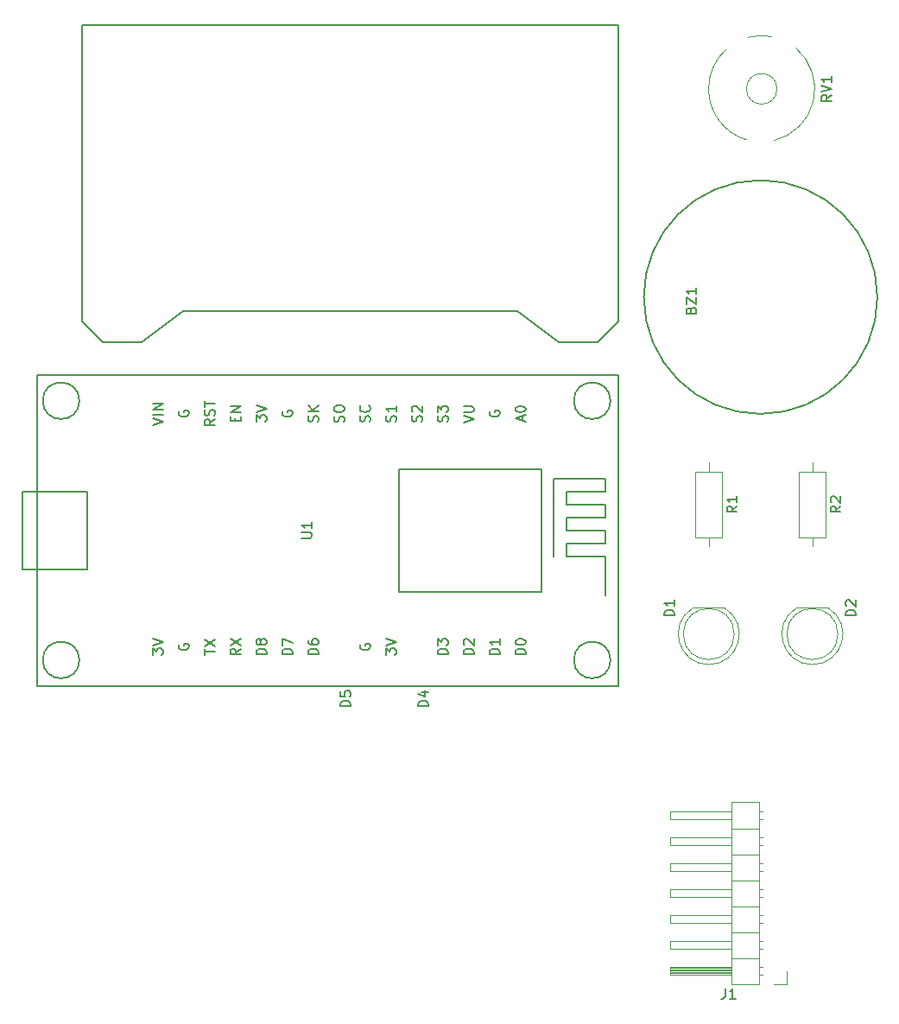
<source format=gbr>
G04 #@! TF.FileFunction,Legend,Top*
%FSLAX46Y46*%
G04 Gerber Fmt 4.6, Leading zero omitted, Abs format (unit mm)*
G04 Created by KiCad (PCBNEW 4.0.7-e2-6376~58~ubuntu16.04.1) date Mon Jan 29 12:29:23 2018*
%MOMM*%
%LPD*%
G01*
G04 APERTURE LIST*
%ADD10C,0.100000*%
%ADD11C,0.150000*%
%ADD12C,0.120000*%
G04 APERTURE END LIST*
D10*
D11*
X195600070Y-86360000D02*
G75*
G03X195600070Y-86360000I-11450070J0D01*
G01*
D12*
X179069538Y-122370000D02*
G75*
G03X180614830Y-116820000I462J2990000D01*
G01*
X179070462Y-122370000D02*
G75*
G02X177525170Y-116820000I-462J2990000D01*
G01*
X181570000Y-119380000D02*
G75*
G03X181570000Y-119380000I-2500000J0D01*
G01*
X180615000Y-116820000D02*
X177525000Y-116820000D01*
X189229538Y-122370000D02*
G75*
G03X190774830Y-116820000I462J2990000D01*
G01*
X189230462Y-122370000D02*
G75*
G02X187685170Y-116820000I-462J2990000D01*
G01*
X191730000Y-119380000D02*
G75*
G03X191730000Y-119380000I-2500000J0D01*
G01*
X190775000Y-116820000D02*
X187685000Y-116820000D01*
X183980000Y-153730000D02*
X183980000Y-135830000D01*
X183980000Y-135830000D02*
X181320000Y-135830000D01*
X181320000Y-135830000D02*
X181320000Y-153730000D01*
X181320000Y-153730000D02*
X183980000Y-153730000D01*
X181320000Y-152780000D02*
X175320000Y-152780000D01*
X175320000Y-152780000D02*
X175320000Y-152020000D01*
X175320000Y-152020000D02*
X181320000Y-152020000D01*
X181320000Y-152720000D02*
X175320000Y-152720000D01*
X181320000Y-152600000D02*
X175320000Y-152600000D01*
X181320000Y-152480000D02*
X175320000Y-152480000D01*
X181320000Y-152360000D02*
X175320000Y-152360000D01*
X181320000Y-152240000D02*
X175320000Y-152240000D01*
X181320000Y-152120000D02*
X175320000Y-152120000D01*
X184310000Y-152780000D02*
X183980000Y-152780000D01*
X184310000Y-152020000D02*
X183980000Y-152020000D01*
X183980000Y-151130000D02*
X181320000Y-151130000D01*
X181320000Y-150240000D02*
X175320000Y-150240000D01*
X175320000Y-150240000D02*
X175320000Y-149480000D01*
X175320000Y-149480000D02*
X181320000Y-149480000D01*
X184377071Y-150240000D02*
X183980000Y-150240000D01*
X184377071Y-149480000D02*
X183980000Y-149480000D01*
X183980000Y-148590000D02*
X181320000Y-148590000D01*
X181320000Y-147700000D02*
X175320000Y-147700000D01*
X175320000Y-147700000D02*
X175320000Y-146940000D01*
X175320000Y-146940000D02*
X181320000Y-146940000D01*
X184377071Y-147700000D02*
X183980000Y-147700000D01*
X184377071Y-146940000D02*
X183980000Y-146940000D01*
X183980000Y-146050000D02*
X181320000Y-146050000D01*
X181320000Y-145160000D02*
X175320000Y-145160000D01*
X175320000Y-145160000D02*
X175320000Y-144400000D01*
X175320000Y-144400000D02*
X181320000Y-144400000D01*
X184377071Y-145160000D02*
X183980000Y-145160000D01*
X184377071Y-144400000D02*
X183980000Y-144400000D01*
X183980000Y-143510000D02*
X181320000Y-143510000D01*
X181320000Y-142620000D02*
X175320000Y-142620000D01*
X175320000Y-142620000D02*
X175320000Y-141860000D01*
X175320000Y-141860000D02*
X181320000Y-141860000D01*
X184377071Y-142620000D02*
X183980000Y-142620000D01*
X184377071Y-141860000D02*
X183980000Y-141860000D01*
X183980000Y-140970000D02*
X181320000Y-140970000D01*
X181320000Y-140080000D02*
X175320000Y-140080000D01*
X175320000Y-140080000D02*
X175320000Y-139320000D01*
X175320000Y-139320000D02*
X181320000Y-139320000D01*
X184377071Y-140080000D02*
X183980000Y-140080000D01*
X184377071Y-139320000D02*
X183980000Y-139320000D01*
X183980000Y-138430000D02*
X181320000Y-138430000D01*
X181320000Y-137540000D02*
X175320000Y-137540000D01*
X175320000Y-137540000D02*
X175320000Y-136780000D01*
X175320000Y-136780000D02*
X181320000Y-136780000D01*
X184377071Y-137540000D02*
X183980000Y-137540000D01*
X184377071Y-136780000D02*
X183980000Y-136780000D01*
X186690000Y-152400000D02*
X186690000Y-153670000D01*
X186690000Y-153670000D02*
X185420000Y-153670000D01*
X180380000Y-103470000D02*
X177760000Y-103470000D01*
X177760000Y-103470000D02*
X177760000Y-109890000D01*
X177760000Y-109890000D02*
X180380000Y-109890000D01*
X180380000Y-109890000D02*
X180380000Y-103470000D01*
X179070000Y-102580000D02*
X179070000Y-103470000D01*
X179070000Y-110780000D02*
X179070000Y-109890000D01*
X190540000Y-103470000D02*
X187920000Y-103470000D01*
X187920000Y-103470000D02*
X187920000Y-109890000D01*
X187920000Y-109890000D02*
X190540000Y-109890000D01*
X190540000Y-109890000D02*
X190540000Y-103470000D01*
X189230000Y-102580000D02*
X189230000Y-103470000D01*
X189230000Y-110780000D02*
X189230000Y-109890000D01*
D11*
X162700000Y-103220000D02*
X162700000Y-115220000D01*
X162700000Y-115220000D02*
X148700000Y-115220000D01*
X148700000Y-115220000D02*
X148700000Y-103220000D01*
X148700000Y-103220000D02*
X162700000Y-103220000D01*
X163830000Y-111760000D02*
X163830000Y-104140000D01*
X163830000Y-104140000D02*
X168910000Y-104140000D01*
X168910000Y-104140000D02*
X168910000Y-105410000D01*
X168910000Y-105410000D02*
X165100000Y-105410000D01*
X165100000Y-105410000D02*
X165100000Y-106680000D01*
X165100000Y-106680000D02*
X168910000Y-106680000D01*
X168910000Y-106680000D02*
X168910000Y-107950000D01*
X168910000Y-107950000D02*
X165100000Y-107950000D01*
X165100000Y-107950000D02*
X165100000Y-109220000D01*
X165100000Y-109220000D02*
X168910000Y-109220000D01*
X168910000Y-109220000D02*
X168910000Y-110490000D01*
X168910000Y-110490000D02*
X165100000Y-110490000D01*
X165100000Y-110490000D02*
X165100000Y-111760000D01*
X165100000Y-111760000D02*
X168910000Y-111760000D01*
X168910000Y-111760000D02*
X168910000Y-115570000D01*
X111760000Y-105410000D02*
X111760000Y-113030000D01*
X111760000Y-113030000D02*
X118110000Y-113030000D01*
X118110000Y-113030000D02*
X118110000Y-105410000D01*
X118110000Y-105410000D02*
X111760000Y-105410000D01*
X117366051Y-121920000D02*
G75*
G03X117366051Y-121920000I-1796051J0D01*
G01*
X117366051Y-96520000D02*
G75*
G03X117366051Y-96520000I-1796051J0D01*
G01*
X169436051Y-96520000D02*
G75*
G03X169436051Y-96520000I-1796051J0D01*
G01*
X169436051Y-121920000D02*
G75*
G03X169436051Y-121920000I-1796051J0D01*
G01*
X170200000Y-124470000D02*
X170200000Y-94470000D01*
X170200000Y-94470000D02*
X170200000Y-93970000D01*
X170200000Y-93970000D02*
X113200000Y-93970000D01*
X113200000Y-93970000D02*
X113200000Y-124470000D01*
X113200000Y-124470000D02*
X170200000Y-124470000D01*
X117602000Y-59690000D02*
X117602000Y-88773000D01*
X117602000Y-88773000D02*
X119634000Y-90805000D01*
X119634000Y-90805000D02*
X123444000Y-90805000D01*
X123444000Y-90805000D02*
X127508000Y-87757000D01*
X127508000Y-87757000D02*
X160274000Y-87757000D01*
X164338000Y-90805000D02*
X160274000Y-87757000D01*
X168148000Y-90805000D02*
X170180000Y-88773000D01*
X170180000Y-88773000D02*
X170180000Y-59690000D01*
X170180000Y-59690000D02*
X117602000Y-59690000D01*
X168148000Y-90805000D02*
X164338000Y-90805000D01*
D12*
X182823929Y-70968173D02*
G75*
G02X179050000Y-65960000I1436071J5008173D01*
G01*
X187609947Y-61969383D02*
G75*
G02X185431000Y-71037000I-3349947J-3990617D01*
G01*
X182911133Y-60926928D02*
G75*
G02X185254000Y-60845000I1348867J-5033072D01*
G01*
X179050743Y-66050657D02*
G75*
G02X180774000Y-62088000I5209257J90657D01*
G01*
X185760000Y-65960000D02*
G75*
G03X185760000Y-65960000I-1500000J0D01*
G01*
D11*
X177333571Y-87635952D02*
X177381190Y-87493095D01*
X177428810Y-87445476D01*
X177524048Y-87397857D01*
X177666905Y-87397857D01*
X177762143Y-87445476D01*
X177809762Y-87493095D01*
X177857381Y-87588333D01*
X177857381Y-87969286D01*
X176857381Y-87969286D01*
X176857381Y-87635952D01*
X176905000Y-87540714D01*
X176952619Y-87493095D01*
X177047857Y-87445476D01*
X177143095Y-87445476D01*
X177238333Y-87493095D01*
X177285952Y-87540714D01*
X177333571Y-87635952D01*
X177333571Y-87969286D01*
X176857381Y-87064524D02*
X176857381Y-86397857D01*
X177857381Y-87064524D01*
X177857381Y-86397857D01*
X177857381Y-85493095D02*
X177857381Y-86064524D01*
X177857381Y-85778810D02*
X176857381Y-85778810D01*
X177000238Y-85874048D01*
X177095476Y-85969286D01*
X177143095Y-86064524D01*
X175712381Y-117578095D02*
X174712381Y-117578095D01*
X174712381Y-117340000D01*
X174760000Y-117197142D01*
X174855238Y-117101904D01*
X174950476Y-117054285D01*
X175140952Y-117006666D01*
X175283810Y-117006666D01*
X175474286Y-117054285D01*
X175569524Y-117101904D01*
X175664762Y-117197142D01*
X175712381Y-117340000D01*
X175712381Y-117578095D01*
X175712381Y-116054285D02*
X175712381Y-116625714D01*
X175712381Y-116340000D02*
X174712381Y-116340000D01*
X174855238Y-116435238D01*
X174950476Y-116530476D01*
X174998095Y-116625714D01*
X193492381Y-117578095D02*
X192492381Y-117578095D01*
X192492381Y-117340000D01*
X192540000Y-117197142D01*
X192635238Y-117101904D01*
X192730476Y-117054285D01*
X192920952Y-117006666D01*
X193063810Y-117006666D01*
X193254286Y-117054285D01*
X193349524Y-117101904D01*
X193444762Y-117197142D01*
X193492381Y-117340000D01*
X193492381Y-117578095D01*
X192587619Y-116625714D02*
X192540000Y-116578095D01*
X192492381Y-116482857D01*
X192492381Y-116244761D01*
X192540000Y-116149523D01*
X192587619Y-116101904D01*
X192682857Y-116054285D01*
X192778095Y-116054285D01*
X192920952Y-116101904D01*
X193492381Y-116673333D01*
X193492381Y-116054285D01*
X180701667Y-154122381D02*
X180701667Y-154836667D01*
X180654047Y-154979524D01*
X180558809Y-155074762D01*
X180415952Y-155122381D01*
X180320714Y-155122381D01*
X181701667Y-155122381D02*
X181130238Y-155122381D01*
X181415952Y-155122381D02*
X181415952Y-154122381D01*
X181320714Y-154265238D01*
X181225476Y-154360476D01*
X181130238Y-154408095D01*
X181832381Y-106846666D02*
X181356190Y-107180000D01*
X181832381Y-107418095D02*
X180832381Y-107418095D01*
X180832381Y-107037142D01*
X180880000Y-106941904D01*
X180927619Y-106894285D01*
X181022857Y-106846666D01*
X181165714Y-106846666D01*
X181260952Y-106894285D01*
X181308571Y-106941904D01*
X181356190Y-107037142D01*
X181356190Y-107418095D01*
X181832381Y-105894285D02*
X181832381Y-106465714D01*
X181832381Y-106180000D02*
X180832381Y-106180000D01*
X180975238Y-106275238D01*
X181070476Y-106370476D01*
X181118095Y-106465714D01*
X191992381Y-106846666D02*
X191516190Y-107180000D01*
X191992381Y-107418095D02*
X190992381Y-107418095D01*
X190992381Y-107037142D01*
X191040000Y-106941904D01*
X191087619Y-106894285D01*
X191182857Y-106846666D01*
X191325714Y-106846666D01*
X191420952Y-106894285D01*
X191468571Y-106941904D01*
X191516190Y-107037142D01*
X191516190Y-107418095D01*
X191087619Y-106465714D02*
X191040000Y-106418095D01*
X190992381Y-106322857D01*
X190992381Y-106084761D01*
X191040000Y-105989523D01*
X191087619Y-105941904D01*
X191182857Y-105894285D01*
X191278095Y-105894285D01*
X191420952Y-105941904D01*
X191992381Y-106513333D01*
X191992381Y-105894285D01*
X139152381Y-109981905D02*
X139961905Y-109981905D01*
X140057143Y-109934286D01*
X140104762Y-109886667D01*
X140152381Y-109791429D01*
X140152381Y-109600952D01*
X140104762Y-109505714D01*
X140057143Y-109458095D01*
X139961905Y-109410476D01*
X139152381Y-109410476D01*
X140152381Y-108410476D02*
X140152381Y-108981905D01*
X140152381Y-108696191D02*
X139152381Y-108696191D01*
X139295238Y-108791429D01*
X139390476Y-108886667D01*
X139438095Y-108981905D01*
X124547381Y-98885238D02*
X125547381Y-98551905D01*
X124547381Y-98218571D01*
X125547381Y-97885238D02*
X124547381Y-97885238D01*
X125547381Y-97409048D02*
X124547381Y-97409048D01*
X125547381Y-96837619D01*
X124547381Y-96837619D01*
X127135000Y-97528095D02*
X127087381Y-97623333D01*
X127087381Y-97766190D01*
X127135000Y-97909048D01*
X127230238Y-98004286D01*
X127325476Y-98051905D01*
X127515952Y-98099524D01*
X127658810Y-98099524D01*
X127849286Y-98051905D01*
X127944524Y-98004286D01*
X128039762Y-97909048D01*
X128087381Y-97766190D01*
X128087381Y-97670952D01*
X128039762Y-97528095D01*
X127992143Y-97480476D01*
X127658810Y-97480476D01*
X127658810Y-97670952D01*
X130627381Y-98337619D02*
X130151190Y-98670953D01*
X130627381Y-98909048D02*
X129627381Y-98909048D01*
X129627381Y-98528095D01*
X129675000Y-98432857D01*
X129722619Y-98385238D01*
X129817857Y-98337619D01*
X129960714Y-98337619D01*
X130055952Y-98385238D01*
X130103571Y-98432857D01*
X130151190Y-98528095D01*
X130151190Y-98909048D01*
X130579762Y-97956667D02*
X130627381Y-97813810D01*
X130627381Y-97575714D01*
X130579762Y-97480476D01*
X130532143Y-97432857D01*
X130436905Y-97385238D01*
X130341667Y-97385238D01*
X130246429Y-97432857D01*
X130198810Y-97480476D01*
X130151190Y-97575714D01*
X130103571Y-97766191D01*
X130055952Y-97861429D01*
X130008333Y-97909048D01*
X129913095Y-97956667D01*
X129817857Y-97956667D01*
X129722619Y-97909048D01*
X129675000Y-97861429D01*
X129627381Y-97766191D01*
X129627381Y-97528095D01*
X129675000Y-97385238D01*
X129627381Y-97099524D02*
X129627381Y-96528095D01*
X130627381Y-96813810D02*
X129627381Y-96813810D01*
X132643571Y-98528095D02*
X132643571Y-98194761D01*
X133167381Y-98051904D02*
X133167381Y-98528095D01*
X132167381Y-98528095D01*
X132167381Y-98051904D01*
X133167381Y-97623333D02*
X132167381Y-97623333D01*
X133167381Y-97051904D01*
X132167381Y-97051904D01*
X134707381Y-98551905D02*
X134707381Y-97932857D01*
X135088333Y-98266191D01*
X135088333Y-98123333D01*
X135135952Y-98028095D01*
X135183571Y-97980476D01*
X135278810Y-97932857D01*
X135516905Y-97932857D01*
X135612143Y-97980476D01*
X135659762Y-98028095D01*
X135707381Y-98123333D01*
X135707381Y-98409048D01*
X135659762Y-98504286D01*
X135612143Y-98551905D01*
X134707381Y-97647143D02*
X135707381Y-97313810D01*
X134707381Y-96980476D01*
X137295000Y-97528095D02*
X137247381Y-97623333D01*
X137247381Y-97766190D01*
X137295000Y-97909048D01*
X137390238Y-98004286D01*
X137485476Y-98051905D01*
X137675952Y-98099524D01*
X137818810Y-98099524D01*
X138009286Y-98051905D01*
X138104524Y-98004286D01*
X138199762Y-97909048D01*
X138247381Y-97766190D01*
X138247381Y-97670952D01*
X138199762Y-97528095D01*
X138152143Y-97480476D01*
X137818810Y-97480476D01*
X137818810Y-97670952D01*
X140739762Y-98575714D02*
X140787381Y-98432857D01*
X140787381Y-98194761D01*
X140739762Y-98099523D01*
X140692143Y-98051904D01*
X140596905Y-98004285D01*
X140501667Y-98004285D01*
X140406429Y-98051904D01*
X140358810Y-98099523D01*
X140311190Y-98194761D01*
X140263571Y-98385238D01*
X140215952Y-98480476D01*
X140168333Y-98528095D01*
X140073095Y-98575714D01*
X139977857Y-98575714D01*
X139882619Y-98528095D01*
X139835000Y-98480476D01*
X139787381Y-98385238D01*
X139787381Y-98147142D01*
X139835000Y-98004285D01*
X140787381Y-97575714D02*
X139787381Y-97575714D01*
X140787381Y-97004285D02*
X140215952Y-97432857D01*
X139787381Y-97004285D02*
X140358810Y-97575714D01*
X143279762Y-98599524D02*
X143327381Y-98456667D01*
X143327381Y-98218571D01*
X143279762Y-98123333D01*
X143232143Y-98075714D01*
X143136905Y-98028095D01*
X143041667Y-98028095D01*
X142946429Y-98075714D01*
X142898810Y-98123333D01*
X142851190Y-98218571D01*
X142803571Y-98409048D01*
X142755952Y-98504286D01*
X142708333Y-98551905D01*
X142613095Y-98599524D01*
X142517857Y-98599524D01*
X142422619Y-98551905D01*
X142375000Y-98504286D01*
X142327381Y-98409048D01*
X142327381Y-98170952D01*
X142375000Y-98028095D01*
X142327381Y-97409048D02*
X142327381Y-97218571D01*
X142375000Y-97123333D01*
X142470238Y-97028095D01*
X142660714Y-96980476D01*
X142994048Y-96980476D01*
X143184524Y-97028095D01*
X143279762Y-97123333D01*
X143327381Y-97218571D01*
X143327381Y-97409048D01*
X143279762Y-97504286D01*
X143184524Y-97599524D01*
X142994048Y-97647143D01*
X142660714Y-97647143D01*
X142470238Y-97599524D01*
X142375000Y-97504286D01*
X142327381Y-97409048D01*
X145819762Y-98575714D02*
X145867381Y-98432857D01*
X145867381Y-98194761D01*
X145819762Y-98099523D01*
X145772143Y-98051904D01*
X145676905Y-98004285D01*
X145581667Y-98004285D01*
X145486429Y-98051904D01*
X145438810Y-98099523D01*
X145391190Y-98194761D01*
X145343571Y-98385238D01*
X145295952Y-98480476D01*
X145248333Y-98528095D01*
X145153095Y-98575714D01*
X145057857Y-98575714D01*
X144962619Y-98528095D01*
X144915000Y-98480476D01*
X144867381Y-98385238D01*
X144867381Y-98147142D01*
X144915000Y-98004285D01*
X145772143Y-97004285D02*
X145819762Y-97051904D01*
X145867381Y-97194761D01*
X145867381Y-97289999D01*
X145819762Y-97432857D01*
X145724524Y-97528095D01*
X145629286Y-97575714D01*
X145438810Y-97623333D01*
X145295952Y-97623333D01*
X145105476Y-97575714D01*
X145010238Y-97528095D01*
X144915000Y-97432857D01*
X144867381Y-97289999D01*
X144867381Y-97194761D01*
X144915000Y-97051904D01*
X144962619Y-97004285D01*
X148359762Y-98551905D02*
X148407381Y-98409048D01*
X148407381Y-98170952D01*
X148359762Y-98075714D01*
X148312143Y-98028095D01*
X148216905Y-97980476D01*
X148121667Y-97980476D01*
X148026429Y-98028095D01*
X147978810Y-98075714D01*
X147931190Y-98170952D01*
X147883571Y-98361429D01*
X147835952Y-98456667D01*
X147788333Y-98504286D01*
X147693095Y-98551905D01*
X147597857Y-98551905D01*
X147502619Y-98504286D01*
X147455000Y-98456667D01*
X147407381Y-98361429D01*
X147407381Y-98123333D01*
X147455000Y-97980476D01*
X148407381Y-97028095D02*
X148407381Y-97599524D01*
X148407381Y-97313810D02*
X147407381Y-97313810D01*
X147550238Y-97409048D01*
X147645476Y-97504286D01*
X147693095Y-97599524D01*
X150899762Y-98551905D02*
X150947381Y-98409048D01*
X150947381Y-98170952D01*
X150899762Y-98075714D01*
X150852143Y-98028095D01*
X150756905Y-97980476D01*
X150661667Y-97980476D01*
X150566429Y-98028095D01*
X150518810Y-98075714D01*
X150471190Y-98170952D01*
X150423571Y-98361429D01*
X150375952Y-98456667D01*
X150328333Y-98504286D01*
X150233095Y-98551905D01*
X150137857Y-98551905D01*
X150042619Y-98504286D01*
X149995000Y-98456667D01*
X149947381Y-98361429D01*
X149947381Y-98123333D01*
X149995000Y-97980476D01*
X150042619Y-97599524D02*
X149995000Y-97551905D01*
X149947381Y-97456667D01*
X149947381Y-97218571D01*
X149995000Y-97123333D01*
X150042619Y-97075714D01*
X150137857Y-97028095D01*
X150233095Y-97028095D01*
X150375952Y-97075714D01*
X150947381Y-97647143D01*
X150947381Y-97028095D01*
X153439762Y-98551905D02*
X153487381Y-98409048D01*
X153487381Y-98170952D01*
X153439762Y-98075714D01*
X153392143Y-98028095D01*
X153296905Y-97980476D01*
X153201667Y-97980476D01*
X153106429Y-98028095D01*
X153058810Y-98075714D01*
X153011190Y-98170952D01*
X152963571Y-98361429D01*
X152915952Y-98456667D01*
X152868333Y-98504286D01*
X152773095Y-98551905D01*
X152677857Y-98551905D01*
X152582619Y-98504286D01*
X152535000Y-98456667D01*
X152487381Y-98361429D01*
X152487381Y-98123333D01*
X152535000Y-97980476D01*
X152487381Y-97647143D02*
X152487381Y-97028095D01*
X152868333Y-97361429D01*
X152868333Y-97218571D01*
X152915952Y-97123333D01*
X152963571Y-97075714D01*
X153058810Y-97028095D01*
X153296905Y-97028095D01*
X153392143Y-97075714D01*
X153439762Y-97123333D01*
X153487381Y-97218571D01*
X153487381Y-97504286D01*
X153439762Y-97599524D01*
X153392143Y-97647143D01*
X155027381Y-98647143D02*
X156027381Y-98313810D01*
X155027381Y-97980476D01*
X155027381Y-97647143D02*
X155836905Y-97647143D01*
X155932143Y-97599524D01*
X155979762Y-97551905D01*
X156027381Y-97456667D01*
X156027381Y-97266190D01*
X155979762Y-97170952D01*
X155932143Y-97123333D01*
X155836905Y-97075714D01*
X155027381Y-97075714D01*
X157615000Y-97528095D02*
X157567381Y-97623333D01*
X157567381Y-97766190D01*
X157615000Y-97909048D01*
X157710238Y-98004286D01*
X157805476Y-98051905D01*
X157995952Y-98099524D01*
X158138810Y-98099524D01*
X158329286Y-98051905D01*
X158424524Y-98004286D01*
X158519762Y-97909048D01*
X158567381Y-97766190D01*
X158567381Y-97670952D01*
X158519762Y-97528095D01*
X158472143Y-97480476D01*
X158138810Y-97480476D01*
X158138810Y-97670952D01*
X160821667Y-98504286D02*
X160821667Y-98028095D01*
X161107381Y-98599524D02*
X160107381Y-98266191D01*
X161107381Y-97932857D01*
X160107381Y-97409048D02*
X160107381Y-97313809D01*
X160155000Y-97218571D01*
X160202619Y-97170952D01*
X160297857Y-97123333D01*
X160488333Y-97075714D01*
X160726429Y-97075714D01*
X160916905Y-97123333D01*
X161012143Y-97170952D01*
X161059762Y-97218571D01*
X161107381Y-97313809D01*
X161107381Y-97409048D01*
X161059762Y-97504286D01*
X161012143Y-97551905D01*
X160916905Y-97599524D01*
X160726429Y-97647143D01*
X160488333Y-97647143D01*
X160297857Y-97599524D01*
X160202619Y-97551905D01*
X160155000Y-97504286D01*
X160107381Y-97409048D01*
X124547381Y-121411905D02*
X124547381Y-120792857D01*
X124928333Y-121126191D01*
X124928333Y-120983333D01*
X124975952Y-120888095D01*
X125023571Y-120840476D01*
X125118810Y-120792857D01*
X125356905Y-120792857D01*
X125452143Y-120840476D01*
X125499762Y-120888095D01*
X125547381Y-120983333D01*
X125547381Y-121269048D01*
X125499762Y-121364286D01*
X125452143Y-121411905D01*
X124547381Y-120507143D02*
X125547381Y-120173810D01*
X124547381Y-119840476D01*
X127135000Y-120388095D02*
X127087381Y-120483333D01*
X127087381Y-120626190D01*
X127135000Y-120769048D01*
X127230238Y-120864286D01*
X127325476Y-120911905D01*
X127515952Y-120959524D01*
X127658810Y-120959524D01*
X127849286Y-120911905D01*
X127944524Y-120864286D01*
X128039762Y-120769048D01*
X128087381Y-120626190D01*
X128087381Y-120530952D01*
X128039762Y-120388095D01*
X127992143Y-120340476D01*
X127658810Y-120340476D01*
X127658810Y-120530952D01*
X129627381Y-121411905D02*
X129627381Y-120840476D01*
X130627381Y-121126191D02*
X129627381Y-121126191D01*
X129627381Y-120602381D02*
X130627381Y-119935714D01*
X129627381Y-119935714D02*
X130627381Y-120602381D01*
X133167381Y-120816666D02*
X132691190Y-121150000D01*
X133167381Y-121388095D02*
X132167381Y-121388095D01*
X132167381Y-121007142D01*
X132215000Y-120911904D01*
X132262619Y-120864285D01*
X132357857Y-120816666D01*
X132500714Y-120816666D01*
X132595952Y-120864285D01*
X132643571Y-120911904D01*
X132691190Y-121007142D01*
X132691190Y-121388095D01*
X132167381Y-120483333D02*
X133167381Y-119816666D01*
X132167381Y-119816666D02*
X133167381Y-120483333D01*
X135707381Y-121388095D02*
X134707381Y-121388095D01*
X134707381Y-121150000D01*
X134755000Y-121007142D01*
X134850238Y-120911904D01*
X134945476Y-120864285D01*
X135135952Y-120816666D01*
X135278810Y-120816666D01*
X135469286Y-120864285D01*
X135564524Y-120911904D01*
X135659762Y-121007142D01*
X135707381Y-121150000D01*
X135707381Y-121388095D01*
X135135952Y-120245238D02*
X135088333Y-120340476D01*
X135040714Y-120388095D01*
X134945476Y-120435714D01*
X134897857Y-120435714D01*
X134802619Y-120388095D01*
X134755000Y-120340476D01*
X134707381Y-120245238D01*
X134707381Y-120054761D01*
X134755000Y-119959523D01*
X134802619Y-119911904D01*
X134897857Y-119864285D01*
X134945476Y-119864285D01*
X135040714Y-119911904D01*
X135088333Y-119959523D01*
X135135952Y-120054761D01*
X135135952Y-120245238D01*
X135183571Y-120340476D01*
X135231190Y-120388095D01*
X135326429Y-120435714D01*
X135516905Y-120435714D01*
X135612143Y-120388095D01*
X135659762Y-120340476D01*
X135707381Y-120245238D01*
X135707381Y-120054761D01*
X135659762Y-119959523D01*
X135612143Y-119911904D01*
X135516905Y-119864285D01*
X135326429Y-119864285D01*
X135231190Y-119911904D01*
X135183571Y-119959523D01*
X135135952Y-120054761D01*
X138247381Y-121388095D02*
X137247381Y-121388095D01*
X137247381Y-121150000D01*
X137295000Y-121007142D01*
X137390238Y-120911904D01*
X137485476Y-120864285D01*
X137675952Y-120816666D01*
X137818810Y-120816666D01*
X138009286Y-120864285D01*
X138104524Y-120911904D01*
X138199762Y-121007142D01*
X138247381Y-121150000D01*
X138247381Y-121388095D01*
X137247381Y-120483333D02*
X137247381Y-119816666D01*
X138247381Y-120245238D01*
X140787381Y-121388095D02*
X139787381Y-121388095D01*
X139787381Y-121150000D01*
X139835000Y-121007142D01*
X139930238Y-120911904D01*
X140025476Y-120864285D01*
X140215952Y-120816666D01*
X140358810Y-120816666D01*
X140549286Y-120864285D01*
X140644524Y-120911904D01*
X140739762Y-121007142D01*
X140787381Y-121150000D01*
X140787381Y-121388095D01*
X139787381Y-119959523D02*
X139787381Y-120150000D01*
X139835000Y-120245238D01*
X139882619Y-120292857D01*
X140025476Y-120388095D01*
X140215952Y-120435714D01*
X140596905Y-120435714D01*
X140692143Y-120388095D01*
X140739762Y-120340476D01*
X140787381Y-120245238D01*
X140787381Y-120054761D01*
X140739762Y-119959523D01*
X140692143Y-119911904D01*
X140596905Y-119864285D01*
X140358810Y-119864285D01*
X140263571Y-119911904D01*
X140215952Y-119959523D01*
X140168333Y-120054761D01*
X140168333Y-120245238D01*
X140215952Y-120340476D01*
X140263571Y-120388095D01*
X140358810Y-120435714D01*
X143962381Y-126468095D02*
X142962381Y-126468095D01*
X142962381Y-126230000D01*
X143010000Y-126087142D01*
X143105238Y-125991904D01*
X143200476Y-125944285D01*
X143390952Y-125896666D01*
X143533810Y-125896666D01*
X143724286Y-125944285D01*
X143819524Y-125991904D01*
X143914762Y-126087142D01*
X143962381Y-126230000D01*
X143962381Y-126468095D01*
X142962381Y-124991904D02*
X142962381Y-125468095D01*
X143438571Y-125515714D01*
X143390952Y-125468095D01*
X143343333Y-125372857D01*
X143343333Y-125134761D01*
X143390952Y-125039523D01*
X143438571Y-124991904D01*
X143533810Y-124944285D01*
X143771905Y-124944285D01*
X143867143Y-124991904D01*
X143914762Y-125039523D01*
X143962381Y-125134761D01*
X143962381Y-125372857D01*
X143914762Y-125468095D01*
X143867143Y-125515714D01*
X144915000Y-120388095D02*
X144867381Y-120483333D01*
X144867381Y-120626190D01*
X144915000Y-120769048D01*
X145010238Y-120864286D01*
X145105476Y-120911905D01*
X145295952Y-120959524D01*
X145438810Y-120959524D01*
X145629286Y-120911905D01*
X145724524Y-120864286D01*
X145819762Y-120769048D01*
X145867381Y-120626190D01*
X145867381Y-120530952D01*
X145819762Y-120388095D01*
X145772143Y-120340476D01*
X145438810Y-120340476D01*
X145438810Y-120530952D01*
X147407381Y-121411905D02*
X147407381Y-120792857D01*
X147788333Y-121126191D01*
X147788333Y-120983333D01*
X147835952Y-120888095D01*
X147883571Y-120840476D01*
X147978810Y-120792857D01*
X148216905Y-120792857D01*
X148312143Y-120840476D01*
X148359762Y-120888095D01*
X148407381Y-120983333D01*
X148407381Y-121269048D01*
X148359762Y-121364286D01*
X148312143Y-121411905D01*
X147407381Y-120507143D02*
X148407381Y-120173810D01*
X147407381Y-119840476D01*
X151582381Y-126468095D02*
X150582381Y-126468095D01*
X150582381Y-126230000D01*
X150630000Y-126087142D01*
X150725238Y-125991904D01*
X150820476Y-125944285D01*
X151010952Y-125896666D01*
X151153810Y-125896666D01*
X151344286Y-125944285D01*
X151439524Y-125991904D01*
X151534762Y-126087142D01*
X151582381Y-126230000D01*
X151582381Y-126468095D01*
X150915714Y-125039523D02*
X151582381Y-125039523D01*
X150534762Y-125277619D02*
X151249048Y-125515714D01*
X151249048Y-124896666D01*
X153487381Y-121388095D02*
X152487381Y-121388095D01*
X152487381Y-121150000D01*
X152535000Y-121007142D01*
X152630238Y-120911904D01*
X152725476Y-120864285D01*
X152915952Y-120816666D01*
X153058810Y-120816666D01*
X153249286Y-120864285D01*
X153344524Y-120911904D01*
X153439762Y-121007142D01*
X153487381Y-121150000D01*
X153487381Y-121388095D01*
X152487381Y-120483333D02*
X152487381Y-119864285D01*
X152868333Y-120197619D01*
X152868333Y-120054761D01*
X152915952Y-119959523D01*
X152963571Y-119911904D01*
X153058810Y-119864285D01*
X153296905Y-119864285D01*
X153392143Y-119911904D01*
X153439762Y-119959523D01*
X153487381Y-120054761D01*
X153487381Y-120340476D01*
X153439762Y-120435714D01*
X153392143Y-120483333D01*
X156027381Y-121388095D02*
X155027381Y-121388095D01*
X155027381Y-121150000D01*
X155075000Y-121007142D01*
X155170238Y-120911904D01*
X155265476Y-120864285D01*
X155455952Y-120816666D01*
X155598810Y-120816666D01*
X155789286Y-120864285D01*
X155884524Y-120911904D01*
X155979762Y-121007142D01*
X156027381Y-121150000D01*
X156027381Y-121388095D01*
X155122619Y-120435714D02*
X155075000Y-120388095D01*
X155027381Y-120292857D01*
X155027381Y-120054761D01*
X155075000Y-119959523D01*
X155122619Y-119911904D01*
X155217857Y-119864285D01*
X155313095Y-119864285D01*
X155455952Y-119911904D01*
X156027381Y-120483333D01*
X156027381Y-119864285D01*
X158567381Y-121388095D02*
X157567381Y-121388095D01*
X157567381Y-121150000D01*
X157615000Y-121007142D01*
X157710238Y-120911904D01*
X157805476Y-120864285D01*
X157995952Y-120816666D01*
X158138810Y-120816666D01*
X158329286Y-120864285D01*
X158424524Y-120911904D01*
X158519762Y-121007142D01*
X158567381Y-121150000D01*
X158567381Y-121388095D01*
X158567381Y-119864285D02*
X158567381Y-120435714D01*
X158567381Y-120150000D02*
X157567381Y-120150000D01*
X157710238Y-120245238D01*
X157805476Y-120340476D01*
X157853095Y-120435714D01*
X161107381Y-121388095D02*
X160107381Y-121388095D01*
X160107381Y-121150000D01*
X160155000Y-121007142D01*
X160250238Y-120911904D01*
X160345476Y-120864285D01*
X160535952Y-120816666D01*
X160678810Y-120816666D01*
X160869286Y-120864285D01*
X160964524Y-120911904D01*
X161059762Y-121007142D01*
X161107381Y-121150000D01*
X161107381Y-121388095D01*
X160107381Y-120197619D02*
X160107381Y-120102380D01*
X160155000Y-120007142D01*
X160202619Y-119959523D01*
X160297857Y-119911904D01*
X160488333Y-119864285D01*
X160726429Y-119864285D01*
X160916905Y-119911904D01*
X161012143Y-119959523D01*
X161059762Y-120007142D01*
X161107381Y-120102380D01*
X161107381Y-120197619D01*
X161059762Y-120292857D01*
X161012143Y-120340476D01*
X160916905Y-120388095D01*
X160726429Y-120435714D01*
X160488333Y-120435714D01*
X160297857Y-120388095D01*
X160202619Y-120340476D01*
X160155000Y-120292857D01*
X160107381Y-120197619D01*
X191112381Y-66555238D02*
X190636190Y-66888572D01*
X191112381Y-67126667D02*
X190112381Y-67126667D01*
X190112381Y-66745714D01*
X190160000Y-66650476D01*
X190207619Y-66602857D01*
X190302857Y-66555238D01*
X190445714Y-66555238D01*
X190540952Y-66602857D01*
X190588571Y-66650476D01*
X190636190Y-66745714D01*
X190636190Y-67126667D01*
X190112381Y-66269524D02*
X191112381Y-65936191D01*
X190112381Y-65602857D01*
X191112381Y-64745714D02*
X191112381Y-65317143D01*
X191112381Y-65031429D02*
X190112381Y-65031429D01*
X190255238Y-65126667D01*
X190350476Y-65221905D01*
X190398095Y-65317143D01*
M02*

</source>
